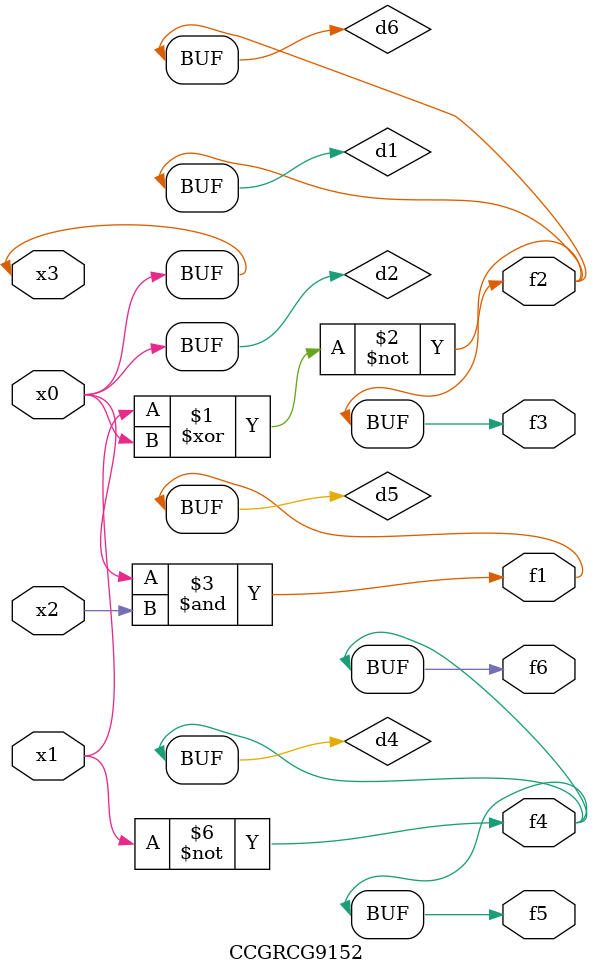
<source format=v>
module CCGRCG9152(
	input x0, x1, x2, x3,
	output f1, f2, f3, f4, f5, f6
);

	wire d1, d2, d3, d4, d5, d6;

	xnor (d1, x1, x3);
	buf (d2, x0, x3);
	nand (d3, x0, x2);
	not (d4, x1);
	nand (d5, d3);
	or (d6, d1);
	assign f1 = d5;
	assign f2 = d6;
	assign f3 = d6;
	assign f4 = d4;
	assign f5 = d4;
	assign f6 = d4;
endmodule

</source>
